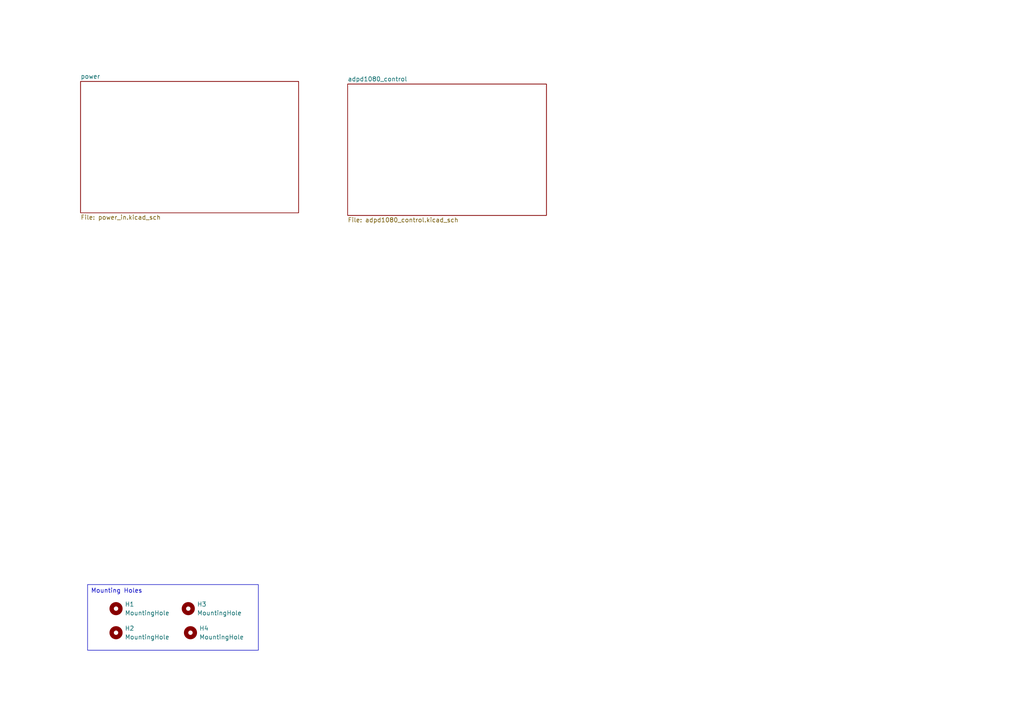
<source format=kicad_sch>
(kicad_sch (version 20231120) (generator "eeschema") (generator_version "8.0")
  (paper "A4")
  (title_block (title "ADPD1080 Breakoutboard") (rev "v0.2") (comment 1 "Copyright (C) 2024, Mika Laitio"))
  (lib_symbols
    (symbol "Mechanical:MountingHole" (pin_names (offset 1.016))
      (property "Reference" "H" (at 0 5.08 0))
      (property "Value" "MountingHole" (at 0 3.175 0))
      (symbol "MountingHole_0_1"
        (circle (center 0 0) (radius 1.27) (stroke (width 1.27)))
      )
    )
  )
  (text_box "Mounting Holes" (at 25.4 169.545 0) (size 49.53 19.05) (effects (font (size 1.27 1.27)) (justify left top)))
  (symbol (lib_id "Mechanical:MountingHole") (at 55.245 183.515 0) (unit 1)
    (property "Reference" "H4" (at 57.785 182.245 0) (effects (justify left)))
    (property "Value" "MountingHole" (at 57.785 184.785 0) (effects (justify left)))
    (property "Footprint" "Connector_PinHeader_1.27mm:PinHeader_1x01_P1.27mm_Vertical" (effects (hide yes)))
  )
  (symbol (lib_id "Mechanical:MountingHole") (at 33.655 176.53 0) (unit 1)
    (property "Reference" "H1" (at 36.195 175.26 0) (effects (justify left)))
    (property "Value" "MountingHole" (at 36.195 177.8 0) (effects (justify left)))
    (property "Footprint" "Connector_PinHeader_1.27mm:PinHeader_1x01_P1.27mm_Vertical" (effects (hide yes)))
  )
  (symbol (lib_id "Mechanical:MountingHole") (at 54.61 176.53 0) (unit 1)
    (property "Reference" "H3" (at 57.15 175.26 0) (effects (justify left)))
    (property "Value" "MountingHole" (at 57.15 177.8 0) (effects (justify left)))
    (property "Footprint" "Connector_PinHeader_1.27mm:PinHeader_1x01_P1.27mm_Vertical" (effects (hide yes)))
  )
  (symbol (lib_id "Mechanical:MountingHole") (at 33.655 183.515 0) (unit 1)
    (property "Reference" "H2" (at 36.195 182.245 0) (effects (justify left)))
    (property "Value" "MountingHole" (at 36.195 184.785 0) (effects (justify left)))
    (property "Footprint" "Connector_PinHeader_1.27mm:PinHeader_1x01_P1.27mm_Vertical" (effects (hide yes)))
  )
  (sheet (at 23.368 23.622) (size 63.246 38.1) (stroke (width 0.1524))
    (property "Sheetname" "power" (at 23.368 22.9104 0) (effects (justify left bottom)))
    (property "Sheetfile" "power_in.kicad_sch" (at 23.368 62.3066 0) (effects (justify left top)))
  )
  (sheet (at 100.838 24.384) (size 57.658 38.1) (stroke (width 0.1524))
    (property "Sheetname" "adpd1080_control" (at 100.838 23.6724 0) (effects (justify left bottom)))
    (property "Sheetfile" "adpd1080_control.kicad_sch" (at 100.838 63.0686 0) (effects (justify left top)))
  )
)
</source>
